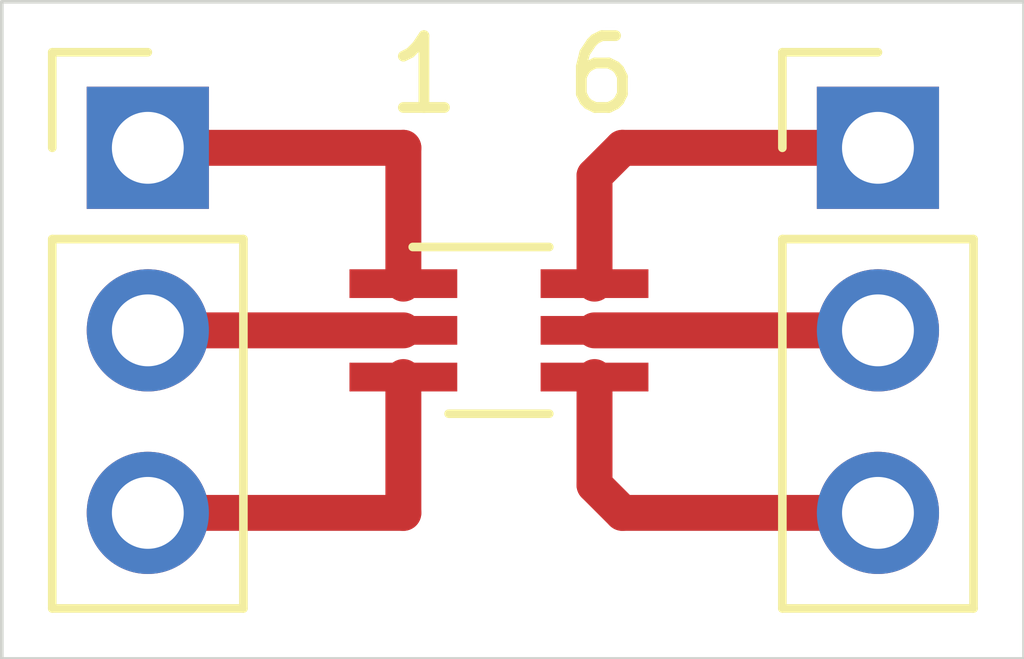
<source format=kicad_pcb>
(kicad_pcb (version 20171130) (host pcbnew "(5.1.9)-1")

  (general
    (thickness 1.6)
    (drawings 5)
    (tracks 12)
    (zones 0)
    (modules 3)
    (nets 1)
  )

  (page A4)
  (layers
    (0 F.Cu signal)
    (31 B.Cu signal)
    (32 B.Adhes user)
    (33 F.Adhes user)
    (34 B.Paste user)
    (35 F.Paste user)
    (36 B.SilkS user)
    (37 F.SilkS user)
    (38 B.Mask user)
    (39 F.Mask user)
    (40 Dwgs.User user)
    (41 Cmts.User user hide)
    (42 Eco1.User user)
    (43 Eco2.User user)
    (44 Edge.Cuts user)
    (45 Margin user)
    (46 B.CrtYd user)
    (47 F.CrtYd user)
    (48 B.Fab user)
    (49 F.Fab user)
  )

  (setup
    (last_trace_width 0.5)
    (user_trace_width 0.25)
    (user_trace_width 0.5)
    (user_trace_width 0.75)
    (user_trace_width 1)
    (trace_clearance 0.2)
    (zone_clearance 0.508)
    (zone_45_only no)
    (trace_min 0.2)
    (via_size 0.8)
    (via_drill 0.4)
    (via_min_size 0.4)
    (via_min_drill 0.3)
    (uvia_size 0.3)
    (uvia_drill 0.1)
    (uvias_allowed no)
    (uvia_min_size 0.2)
    (uvia_min_drill 0.1)
    (edge_width 0.05)
    (segment_width 0.2)
    (pcb_text_width 0.3)
    (pcb_text_size 1.5 1.5)
    (mod_edge_width 0.12)
    (mod_text_size 1 1)
    (mod_text_width 0.15)
    (pad_size 1.524 1.524)
    (pad_drill 0.762)
    (pad_to_mask_clearance 0)
    (aux_axis_origin 0 0)
    (visible_elements FFFFFF7F)
    (pcbplotparams
      (layerselection 0x010f0_ffffffff)
      (usegerberextensions false)
      (usegerberattributes true)
      (usegerberadvancedattributes true)
      (creategerberjobfile true)
      (excludeedgelayer true)
      (linewidth 0.100000)
      (plotframeref false)
      (viasonmask false)
      (mode 1)
      (useauxorigin false)
      (hpglpennumber 1)
      (hpglpenspeed 20)
      (hpglpendiameter 15.000000)
      (psnegative false)
      (psa4output false)
      (plotreference true)
      (plotvalue true)
      (plotinvisibletext false)
      (padsonsilk false)
      (subtractmaskfromsilk false)
      (outputformat 1)
      (mirror false)
      (drillshape 0)
      (scaleselection 1)
      (outputdirectory "plots/"))
  )

  (net 0 "")

  (net_class Default "This is the default net class."
    (clearance 0.2)
    (trace_width 0.25)
    (via_dia 0.8)
    (via_drill 0.4)
    (uvia_dia 0.3)
    (uvia_drill 0.1)
  )

  (module Connector_PinHeader_2.54mm:PinHeader_1x03_P2.54mm_Vertical (layer F.Cu) (tedit 59FED5CC) (tstamp 613518B7)
    (at 111.76 86.36)
    (descr "Through hole straight pin header, 1x03, 2.54mm pitch, single row")
    (tags "Through hole pin header THT 1x03 2.54mm single row")
    (fp_text reference REF** (at 0 -2.33) (layer Cmts.User)
      (effects (font (size 1 1) (thickness 0.15)))
    )
    (fp_text value PinHeader_1x03_P2.54mm_Vertical (at 0 7.41) (layer Cmts.User)
      (effects (font (size 1 1) (thickness 0.15)))
    )
    (fp_text user %R (at 0 2.54 90) (layer Cmts.User)
      (effects (font (size 1 1) (thickness 0.15)))
    )
    (fp_line (start -0.635 -1.27) (end 1.27 -1.27) (layer F.Fab) (width 0.1))
    (fp_line (start 1.27 -1.27) (end 1.27 6.35) (layer F.Fab) (width 0.1))
    (fp_line (start 1.27 6.35) (end -1.27 6.35) (layer F.Fab) (width 0.1))
    (fp_line (start -1.27 6.35) (end -1.27 -0.635) (layer F.Fab) (width 0.1))
    (fp_line (start -1.27 -0.635) (end -0.635 -1.27) (layer F.Fab) (width 0.1))
    (fp_line (start -1.33 6.41) (end 1.33 6.41) (layer F.SilkS) (width 0.12))
    (fp_line (start -1.33 1.27) (end -1.33 6.41) (layer F.SilkS) (width 0.12))
    (fp_line (start 1.33 1.27) (end 1.33 6.41) (layer F.SilkS) (width 0.12))
    (fp_line (start -1.33 1.27) (end 1.33 1.27) (layer F.SilkS) (width 0.12))
    (fp_line (start -1.33 0) (end -1.33 -1.33) (layer F.SilkS) (width 0.12))
    (fp_line (start -1.33 -1.33) (end 0 -1.33) (layer F.SilkS) (width 0.12))
    (fp_line (start -1.8 -1.8) (end -1.8 6.85) (layer F.CrtYd) (width 0.05))
    (fp_line (start -1.8 6.85) (end 1.8 6.85) (layer F.CrtYd) (width 0.05))
    (fp_line (start 1.8 6.85) (end 1.8 -1.8) (layer F.CrtYd) (width 0.05))
    (fp_line (start 1.8 -1.8) (end -1.8 -1.8) (layer F.CrtYd) (width 0.05))
    (pad 3 thru_hole oval (at 0 5.08) (size 1.7 1.7) (drill 1) (layers *.Cu *.Mask))
    (pad 2 thru_hole oval (at 0 2.54) (size 1.7 1.7) (drill 1) (layers *.Cu *.Mask))
    (pad 1 thru_hole rect (at 0 0) (size 1.7 1.7) (drill 1) (layers *.Cu *.Mask))
    (model ${KISYS3DMOD}/Connector_PinHeader_2.54mm.3dshapes/PinHeader_1x03_P2.54mm_Vertical.wrl
      (at (xyz 0 0 0))
      (scale (xyz 1 1 1))
      (rotate (xyz 0 0 0))
    )
  )

  (module Connector_PinHeader_2.54mm:PinHeader_1x03_P2.54mm_Vertical (layer F.Cu) (tedit 59FED5CC) (tstamp 613514F5)
    (at 121.92 86.36)
    (descr "Through hole straight pin header, 1x03, 2.54mm pitch, single row")
    (tags "Through hole pin header THT 1x03 2.54mm single row")
    (fp_text reference REF** (at 0 -2.33) (layer Cmts.User)
      (effects (font (size 1 1) (thickness 0.15)))
    )
    (fp_text value PinHeader_1x03_P2.54mm_Vertical (at 0 7.41) (layer Cmts.User)
      (effects (font (size 1 1) (thickness 0.15)))
    )
    (fp_text user %R (at 0 2.54 90) (layer Cmts.User)
      (effects (font (size 1 1) (thickness 0.15)))
    )
    (fp_line (start -0.635 -1.27) (end 1.27 -1.27) (layer F.Fab) (width 0.1))
    (fp_line (start 1.27 -1.27) (end 1.27 6.35) (layer F.Fab) (width 0.1))
    (fp_line (start 1.27 6.35) (end -1.27 6.35) (layer F.Fab) (width 0.1))
    (fp_line (start -1.27 6.35) (end -1.27 -0.635) (layer F.Fab) (width 0.1))
    (fp_line (start -1.27 -0.635) (end -0.635 -1.27) (layer F.Fab) (width 0.1))
    (fp_line (start -1.33 6.41) (end 1.33 6.41) (layer F.SilkS) (width 0.12))
    (fp_line (start -1.33 1.27) (end -1.33 6.41) (layer F.SilkS) (width 0.12))
    (fp_line (start 1.33 1.27) (end 1.33 6.41) (layer F.SilkS) (width 0.12))
    (fp_line (start -1.33 1.27) (end 1.33 1.27) (layer F.SilkS) (width 0.12))
    (fp_line (start -1.33 0) (end -1.33 -1.33) (layer F.SilkS) (width 0.12))
    (fp_line (start -1.33 -1.33) (end 0 -1.33) (layer F.SilkS) (width 0.12))
    (fp_line (start -1.8 -1.8) (end -1.8 6.85) (layer F.CrtYd) (width 0.05))
    (fp_line (start -1.8 6.85) (end 1.8 6.85) (layer F.CrtYd) (width 0.05))
    (fp_line (start 1.8 6.85) (end 1.8 -1.8) (layer F.CrtYd) (width 0.05))
    (fp_line (start 1.8 -1.8) (end -1.8 -1.8) (layer F.CrtYd) (width 0.05))
    (pad 3 thru_hole oval (at 0 5.08) (size 1.7 1.7) (drill 1) (layers *.Cu *.Mask))
    (pad 2 thru_hole oval (at 0 2.54) (size 1.7 1.7) (drill 1) (layers *.Cu *.Mask))
    (pad 1 thru_hole rect (at 0 0) (size 1.7 1.7) (drill 1) (layers *.Cu *.Mask))
    (model ${KISYS3DMOD}/Connector_PinHeader_2.54mm.3dshapes/PinHeader_1x03_P2.54mm_Vertical.wrl
      (at (xyz 0 0 0))
      (scale (xyz 1 1 1))
      (rotate (xyz 0 0 0))
    )
  )

  (module Package_TO_SOT_SMD:SOT-363_SC-70-6_Handsoldering (layer F.Cu) (tedit 5A02FF57) (tstamp 6135184C)
    (at 116.646 88.9)
    (descr "SOT-363, SC-70-6, Handsoldering")
    (tags "SOT-363 SC-70-6 Handsoldering")
    (attr smd)
    (fp_text reference REF** (at 0 -2) (layer Cmts.User)
      (effects (font (size 1 1) (thickness 0.15)))
    )
    (fp_text value SOT-363_SC-70-6_Handsoldering (at 0 2 180) (layer Cmts.User)
      (effects (font (size 1 1) (thickness 0.15)))
    )
    (fp_text user %R (at 0 0 90) (layer Cmts.User)
      (effects (font (size 0.5 0.5) (thickness 0.075)))
    )
    (fp_line (start -2.4 1.4) (end 2.4 1.4) (layer F.CrtYd) (width 0.05))
    (fp_line (start 0.7 -1.16) (end -1.2 -1.16) (layer F.SilkS) (width 0.12))
    (fp_line (start -0.7 1.16) (end 0.7 1.16) (layer F.SilkS) (width 0.12))
    (fp_line (start 2.4 1.4) (end 2.4 -1.4) (layer F.CrtYd) (width 0.05))
    (fp_line (start -2.4 -1.4) (end -2.4 1.4) (layer F.CrtYd) (width 0.05))
    (fp_line (start -2.4 -1.4) (end 2.4 -1.4) (layer F.CrtYd) (width 0.05))
    (fp_line (start 0.675 -1.1) (end -0.175 -1.1) (layer F.Fab) (width 0.1))
    (fp_line (start -0.675 -0.6) (end -0.675 1.1) (layer F.Fab) (width 0.1))
    (fp_line (start 0.675 -1.1) (end 0.675 1.1) (layer F.Fab) (width 0.1))
    (fp_line (start 0.675 1.1) (end -0.675 1.1) (layer F.Fab) (width 0.1))
    (fp_line (start -0.175 -1.1) (end -0.675 -0.6) (layer F.Fab) (width 0.1))
    (pad 6 smd rect (at 1.33 -0.65) (size 1.5 0.4) (layers F.Cu F.Paste F.Mask))
    (pad 5 smd rect (at 1.33 0) (size 1.5 0.4) (layers F.Cu F.Paste F.Mask))
    (pad 4 smd rect (at 1.33 0.65) (size 1.5 0.4) (layers F.Cu F.Paste F.Mask))
    (pad 3 smd rect (at -1.33 0.65) (size 1.5 0.4) (layers F.Cu F.Paste F.Mask))
    (pad 2 smd rect (at -1.33 0) (size 1.5 0.4) (layers F.Cu F.Paste F.Mask))
    (pad 1 smd rect (at -1.33 -0.65) (size 1.5 0.4) (layers F.Cu F.Paste F.Mask))
    (model ${KISYS3DMOD}/Package_TO_SOT_SMD.3dshapes/SOT-363_SC-70-6.wrl
      (at (xyz 0 0 0))
      (scale (xyz 1 1 1))
      (rotate (xyz 0 0 0))
    )
  )

  (gr_line (start 123.952 84.328) (end 109.728 84.328) (layer Edge.Cuts) (width 0.05) (tstamp 613518E3))
  (gr_line (start 123.952 93.472) (end 123.952 84.328) (layer Edge.Cuts) (width 0.05))
  (gr_line (start 109.728 93.472) (end 123.952 93.472) (layer Edge.Cuts) (width 0.05))
  (gr_line (start 109.728 84.328) (end 109.728 93.472) (layer Edge.Cuts) (width 0.05))
  (gr_text "1  6" (at 116.84 85.344) (layer F.SilkS)
    (effects (font (size 1 1) (thickness 0.15)))
  )

  (segment (start 117.976 88.9) (end 121.92 88.9) (width 0.5) (layer F.Cu) (net 0))
  (segment (start 115.316 88.9) (end 111.76 88.9) (width 0.5) (layer F.Cu) (net 0))
  (segment (start 115.316 89.55) (end 115.316 91.44) (width 0.5) (layer F.Cu) (net 0))
  (segment (start 115.316 91.44) (end 111.76 91.44) (width 0.5) (layer F.Cu) (net 0))
  (segment (start 117.976 89.55) (end 117.976 91.052) (width 0.5) (layer F.Cu) (net 0))
  (segment (start 118.364 91.44) (end 121.92 91.44) (width 0.5) (layer F.Cu) (net 0))
  (segment (start 117.976 91.052) (end 118.364 91.44) (width 0.5) (layer F.Cu) (net 0))
  (segment (start 117.976 88.25) (end 117.976 86.748) (width 0.5) (layer F.Cu) (net 0))
  (segment (start 118.364 86.36) (end 121.92 86.36) (width 0.5) (layer F.Cu) (net 0))
  (segment (start 117.976 86.748) (end 118.364 86.36) (width 0.5) (layer F.Cu) (net 0))
  (segment (start 115.316 88.25) (end 115.316 86.36) (width 0.5) (layer F.Cu) (net 0))
  (segment (start 115.316 86.36) (end 111.76 86.36) (width 0.5) (layer F.Cu) (net 0))

)

</source>
